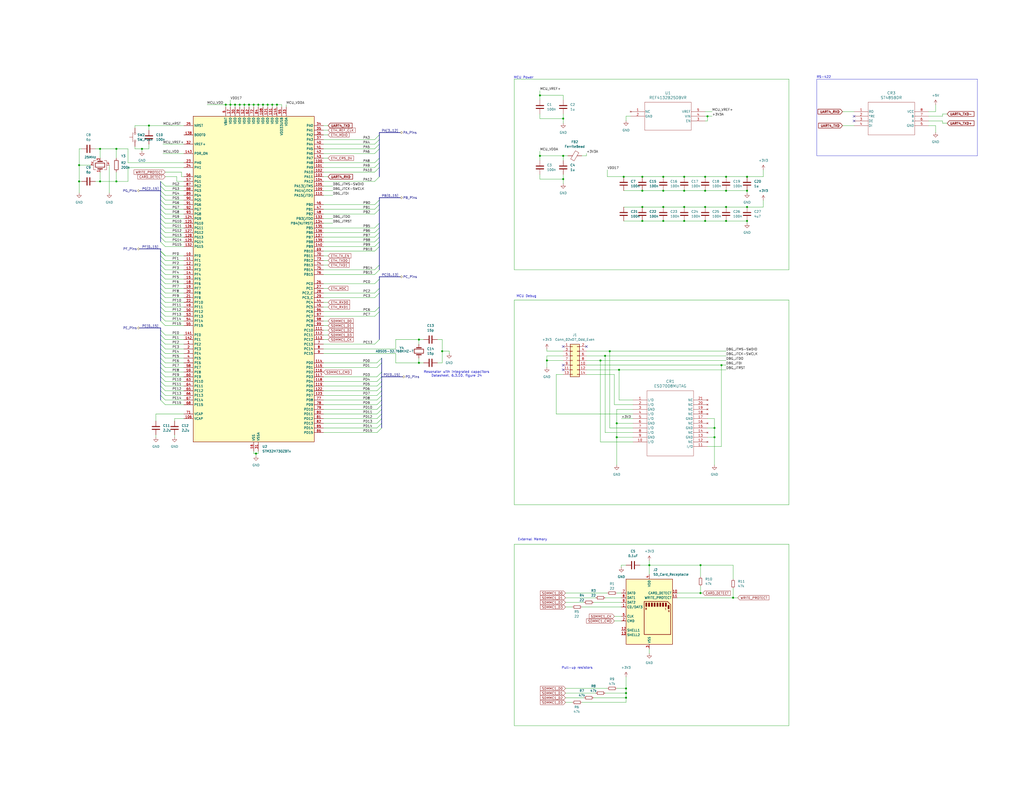
<source format=kicad_sch>
(kicad_sch (version 20250114) (generator "eeschema") (generator_version "9.0")
  (paper "C")
  (rectangle (start 445.77 43.18) (end 533.4 85.09))
  (text "RS-422" (at 449.58 42.164 0) (effects (font (size 1.27 1.27))))
  (text "External Memory" (at 290.576 294.64 0) (effects (font (size 1.27 1.27))))
  (text "Pull-up resistors" (at 314.96 364.744 0) (effects (font (size 1.27 1.27))))
  (text "MCU Power" (at 285.75 42.418 0) (effects (font (size 1.27 1.27))))
  (text "Resonator with integrated capacitors\nDatasheet, 6.3.10, figure 24" (at 249.174 204.216 0) (effects (font (size 1.27 1.27))))
  (text "MCU Debug\n" (at 287.274 161.798 0) (effects (font (size 1.27 1.27))))
  (junction (at 125.73 57.15))
  (junction (at 350.52 113.03))
  (junction (at 373.38 96.52))
  (junction (at 63.5 81.28))
  (junction (at 81.28 68.58))
  (junction (at 361.95 120.65))
  (junction (at 382.27 323.85))
  (junction (at 307.34 97.79))
  (junction (at 384.81 104.14))
  (junction (at 373.38 104.14))
  (junction (at 128.27 57.15))
  (junction (at 148.59 57.15))
  (junction (at 294.64 85.09))
  (junction (at 389.89 238.76))
  (junction (at 407.67 113.03))
  (junction (at 407.67 96.52))
  (junction (at 336.55 238.76))
  (junction (at 400.05 326.39))
  (junction (at 77.47 81.28))
  (junction (at 384.81 96.52))
  (junction (at 336.55 231.14))
  (junction (at 341.63 375.92))
  (junction (at 307.34 64.77))
  (junction (at 373.38 120.65))
  (junction (at 151.13 57.15))
  (junction (at 43.18 99.06))
  (junction (at 361.95 113.03))
  (junction (at 330.2 194.31))
  (junction (at 123.19 57.15))
  (junction (at 361.95 104.14))
  (junction (at 337.82 201.93))
  (junction (at 373.38 113.03))
  (junction (at 396.24 96.52))
  (junction (at 396.24 104.14))
  (junction (at 384.81 113.03))
  (junction (at 228.6 198.12))
  (junction (at 350.52 120.65))
  (junction (at 340.36 96.52))
  (junction (at 241.3 191.77))
  (junction (at 354.33 308.61))
  (junction (at 133.35 57.15))
  (junction (at 146.05 57.15))
  (junction (at 407.67 120.65))
  (junction (at 54.61 81.28))
  (junction (at 350.52 96.52))
  (junction (at 138.43 57.15))
  (junction (at 350.52 104.14))
  (junction (at 43.18 90.17))
  (junction (at 393.7 199.39))
  (junction (at 140.97 57.15))
  (junction (at 382.27 308.61))
  (junction (at 384.81 120.65))
  (junction (at 396.24 113.03))
  (junction (at 341.63 378.46))
  (junction (at 139.7 247.65))
  (junction (at 54.61 99.06))
  (junction (at 386.08 63.5))
  (junction (at 341.63 381))
  (junction (at 298.45 196.85))
  (junction (at 143.51 57.15))
  (junction (at 294.64 52.07))
  (junction (at 130.81 57.15))
  (junction (at 135.89 57.15))
  (junction (at 407.67 104.14))
  (junction (at 361.95 96.52))
  (junction (at 389.89 233.68))
  (junction (at 332.74 191.77))
  (junction (at 63.5 99.06))
  (junction (at 228.6 185.42))
  (junction (at 396.24 120.65))
  (junction (at 327.66 196.85))
  (junction (at 307.34 85.09))
  (no_connect (at 307.34 189.23))
  (no_connect (at 307.34 201.93))
  (no_connect (at 466.09 63.5))
  (no_connect (at 466.09 66.04))
  (no_connect (at 320.04 189.23))
  (no_connect (at 307.34 199.39))
  (bus_entry (at 207.01 147.32) (size -2.54 2.54))
  (bus_entry (at 87.63 157.48) (size 2.54 2.54))
  (bus_entry (at 87.63 111.76) (size 2.54 2.54))
  (bus_entry (at 87.63 147.32) (size 2.54 2.54))
  (bus_entry (at 87.63 137.16) (size 2.54 2.54))
  (bus_entry (at 207.01 124.46) (size -2.54 2.54))
  (bus_entry (at 207.01 132.08) (size -2.54 2.54))
  (bus_entry (at 87.63 187.96) (size 2.54 2.54))
  (bus_entry (at 208.28 218.44) (size -2.54 2.54))
  (bus_entry (at 207.01 81.28) (size -2.54 2.54))
  (bus_entry (at 208.28 233.68) (size -2.54 2.54))
  (bus_entry (at 207.01 73.66) (size -2.54 2.54))
  (bus_entry (at 87.63 182.88) (size 2.54 2.54))
  (bus_entry (at 207.01 88.9) (size -2.54 2.54))
  (bus_entry (at 87.63 154.94) (size 2.54 2.54))
  (bus_entry (at 87.63 139.7) (size 2.54 2.54))
  (bus_entry (at 87.63 129.54) (size 2.54 2.54))
  (bus_entry (at 208.28 208.28) (size -2.54 2.54))
  (bus_entry (at 87.63 101.6) (size 2.54 2.54))
  (bus_entry (at 208.28 195.58) (size -2.54 2.54))
  (bus_entry (at 87.63 180.34) (size 2.54 2.54))
  (bus_entry (at 207.01 78.74) (size -2.54 2.54))
  (bus_entry (at 87.63 114.3) (size 2.54 2.54))
  (bus_entry (at 87.63 200.66) (size 2.54 2.54))
  (bus_entry (at 207.01 109.22) (size -2.54 2.54))
  (bus_entry (at 87.63 195.58) (size 2.54 2.54))
  (bus_entry (at 87.63 149.86) (size 2.54 2.54))
  (bus_entry (at 207.01 121.92) (size -2.54 2.54))
  (bus_entry (at 87.63 132.08) (size 2.54 2.54))
  (bus_entry (at 87.63 119.38) (size 2.54 2.54))
  (bus_entry (at 207.01 152.4) (size -2.54 2.54))
  (bus_entry (at 87.63 106.68) (size 2.54 2.54))
  (bus_entry (at 87.63 215.9) (size 2.54 2.54))
  (bus_entry (at 208.28 203.2) (size -2.54 2.54))
  (bus_entry (at 208.28 205.74) (size -2.54 2.54))
  (bus_entry (at 208.28 228.6) (size -2.54 2.54))
  (bus_entry (at 207.01 160.02) (size -2.54 2.54))
  (bus_entry (at 87.63 121.92) (size 2.54 2.54))
  (bus_entry (at 87.63 203.2) (size 2.54 2.54))
  (bus_entry (at 207.01 96.52) (size -2.54 2.54))
  (bus_entry (at 207.01 114.3) (size -2.54 2.54))
  (bus_entry (at 87.63 185.42) (size 2.54 2.54))
  (bus_entry (at 207.01 144.78) (size -2.54 2.54))
  (bus_entry (at 207.01 127) (size -2.54 2.54))
  (bus_entry (at 87.63 160.02) (size 2.54 2.54))
  (bus_entry (at 87.63 162.56) (size 2.54 2.54))
  (bus_entry (at 207.01 76.2) (size -2.54 2.54))
  (bus_entry (at 208.28 226.06) (size -2.54 2.54))
  (bus_entry (at 207.01 167.64) (size -2.54 2.54))
  (bus_entry (at 87.63 190.5) (size 2.54 2.54))
  (bus_entry (at 87.63 213.36) (size 2.54 2.54))
  (bus_entry (at 208.28 223.52) (size -2.54 2.54))
  (bus_entry (at 87.63 104.14) (size 2.54 2.54))
  (bus_entry (at 87.63 109.22) (size 2.54 2.54))
  (bus_entry (at 87.63 170.18) (size 2.54 2.54))
  (bus_entry (at 87.63 142.24) (size 2.54 2.54))
  (bus_entry (at 87.63 167.64) (size 2.54 2.54))
  (bus_entry (at 208.28 231.14) (size -2.54 2.54))
  (bus_entry (at 87.63 208.28) (size 2.54 2.54))
  (bus_entry (at 87.63 137.16) (size 2.54 2.54))
  (bus_entry (at 207.01 157.48) (size -2.54 2.54))
  (bus_entry (at 87.63 175.26) (size 2.54 2.54))
  (bus_entry (at 87.63 205.74) (size 2.54 2.54))
  (bus_entry (at 87.63 99.06) (size 2.54 2.54))
  (bus_entry (at 207.01 134.62) (size -2.54 2.54))
  (bus_entry (at 87.63 172.72) (size 2.54 2.54))
  (bus_entry (at 208.28 215.9) (size -2.54 2.54))
  (bus_entry (at 208.28 220.98) (size -2.54 2.54))
  (bus_entry (at 87.63 124.46) (size 2.54 2.54))
  (bus_entry (at 87.63 165.1) (size 2.54 2.54))
  (bus_entry (at 207.01 86.36) (size -2.54 2.54))
  (bus_entry (at 87.63 218.44) (size 2.54 2.54))
  (bus_entry (at 87.63 152.4) (size 2.54 2.54))
  (bus_entry (at 207.01 111.76) (size -2.54 2.54))
  (bus_entry (at 87.63 116.84) (size 2.54 2.54))
  (bus_entry (at 207.01 129.54) (size -2.54 2.54))
  (bus_entry (at 87.63 193.04) (size 2.54 2.54))
  (bus_entry (at 207.01 170.18) (size -2.54 2.54))
  (bus_entry (at 87.63 210.82) (size 2.54 2.54))
  (bus_entry (at 207.01 91.44) (size -2.54 2.54))
  (bus_entry (at 208.28 213.36) (size -2.54 2.54))
  (bus_entry (at 87.63 144.78) (size 2.54 2.54))
  (bus_entry (at 208.28 198.12) (size -2.54 2.54))
  (bus_entry (at 87.63 198.12) (size 2.54 2.54))
  (bus_entry (at 207.01 185.42) (size -2.54 2.54))
  (bus_entry (at 208.28 210.82) (size -2.54 2.54))
  (bus_entry (at 87.63 127) (size 2.54 2.54))
  (wire (pts (xy 90.17 132.08) (xy 100.33 132.08)))
  (wire (pts (xy 176.53 200.66) (xy 205.74 200.66)))
  (wire (pts (xy 90.17 167.64) (xy 100.33 167.64)))
  (wire (pts (xy 294.64 85.09) (xy 307.34 85.09)))
  (wire (pts (xy 430.53 43.18) (xy 430.53 147.32)))
  (wire (pts (xy 99.06 96.52) (xy 100.33 96.52)))
  (bus (pts (xy 87.63 190.5) (xy 87.63 193.04)))
  (wire (pts (xy 393.7 243.84) (xy 393.7 199.39)))
  (bus (pts (xy 207.01 151.13) (xy 218.44 151.13)))
  (bus (pts (xy 87.63 157.48) (xy 87.63 160.02)))
  (wire (pts (xy 176.53 154.94) (xy 204.47 154.94)))
  (wire (pts (xy 176.53 116.84) (xy 204.47 116.84)))
  (wire (pts (xy 176.53 127) (xy 204.47 127)))
  (wire (pts (xy 373.38 120.65) (xy 361.95 120.65)))
  (wire (pts (xy 176.53 147.32) (xy 204.47 147.32)))
  (wire (pts (xy 52.07 81.28) (xy 54.61 81.28)))
  (wire (pts (xy 176.53 231.14) (xy 205.74 231.14)))
  (bus (pts (xy 87.63 185.42) (xy 87.63 187.96)))
  (wire (pts (xy 294.64 62.23) (xy 294.64 64.77)))
  (wire (pts (xy 179.07 139.7) (xy 176.53 139.7)))
  (wire (pts (xy 308.61 378.46) (xy 325.12 378.46)))
  (wire (pts (xy 280.67 297.18) (xy 430.53 297.18)))
  (wire (pts (xy 176.53 215.9) (xy 205.74 215.9)))
  (bus (pts (xy 207.01 109.22) (xy 207.01 111.76)))
  (bus (pts (xy 87.63 167.64) (xy 87.63 170.18)))
  (bus (pts (xy 208.28 210.82) (xy 208.28 213.36)))
  (wire (pts (xy 176.53 132.08) (xy 204.47 132.08)))
  (bus (pts (xy 87.63 119.38) (xy 87.63 121.92)))
  (bus (pts (xy 87.63 160.02) (xy 87.63 162.56)))
  (wire (pts (xy 303.53 204.47) (xy 307.34 204.47)))
  (wire (pts (xy 63.5 99.06) (xy 54.61 99.06)))
  (bus (pts (xy 208.28 228.6) (xy 208.28 231.14)))
  (wire (pts (xy 228.6 198.12) (xy 231.14 198.12)))
  (bus (pts (xy 87.63 179.07) (xy 87.63 180.34)))
  (bus (pts (xy 207.01 73.66) (xy 207.01 76.2)))
  (bus (pts (xy 87.63 101.6) (xy 87.63 104.14)))
  (wire (pts (xy 148.59 57.15) (xy 148.59 58.42)))
  (wire (pts (xy 280.67 147.32) (xy 280.67 43.18)))
  (wire (pts (xy 63.5 81.28) (xy 69.85 81.28)))
  (wire (pts (xy 176.53 149.86) (xy 204.47 149.86)))
  (wire (pts (xy 386.08 238.76) (xy 389.89 238.76)))
  (wire (pts (xy 396.24 194.31) (xy 330.2 194.31)))
  (bus (pts (xy 208.28 220.98) (xy 208.28 223.52)))
  (wire (pts (xy 176.53 137.16) (xy 204.47 137.16)))
  (bus (pts (xy 207.01 107.95) (xy 218.44 107.95)))
  (wire (pts (xy 96.52 96.52) (xy 96.52 99.06)))
  (wire (pts (xy 327.66 241.3) (xy 327.66 196.85)))
  (bus (pts (xy 87.63 129.54) (xy 87.63 132.08)))
  (bus (pts (xy 87.63 208.28) (xy 87.63 210.82)))
  (wire (pts (xy 90.17 193.04) (xy 100.33 193.04)))
  (wire (pts (xy 303.53 204.47) (xy 303.53 226.06)))
  (wire (pts (xy 176.53 223.52) (xy 205.74 223.52)))
  (wire (pts (xy 179.07 177.8) (xy 176.53 177.8)))
  (wire (pts (xy 43.18 90.17) (xy 43.18 81.28)))
  (wire (pts (xy 396.24 191.77) (xy 332.74 191.77)))
  (wire (pts (xy 308.61 383.54) (xy 312.42 383.54)))
  (wire (pts (xy 143.51 57.15) (xy 140.97 57.15)))
  (wire (pts (xy 176.53 170.18) (xy 204.47 170.18)))
  (wire (pts (xy 176.53 81.28) (xy 204.47 81.28)))
  (wire (pts (xy 354.33 308.61) (xy 354.33 313.69)))
  (wire (pts (xy 135.89 57.15) (xy 135.89 58.42)))
  (bus (pts (xy 87.63 170.18) (xy 87.63 172.72)))
  (wire (pts (xy 139.7 247.65) (xy 140.97 247.65)))
  (wire (pts (xy 133.35 57.15) (xy 133.35 58.42)))
  (wire (pts (xy 280.67 163.83) (xy 430.53 163.83)))
  (wire (pts (xy 90.17 208.28) (xy 100.33 208.28)))
  (wire (pts (xy 90.17 185.42) (xy 100.33 185.42)))
  (wire (pts (xy 430.53 396.24) (xy 280.67 396.24)))
  (bus (pts (xy 87.63 127) (xy 87.63 129.54)))
  (bus (pts (xy 87.63 195.58) (xy 87.63 198.12)))
  (wire (pts (xy 215.9 185.42) (xy 215.9 190.5)))
  (wire (pts (xy 63.5 81.28) (xy 54.61 81.28)))
  (wire (pts (xy 345.44 223.52) (xy 336.55 223.52)))
  (wire (pts (xy 176.53 193.04) (xy 215.9 193.04)))
  (wire (pts (xy 389.89 233.68) (xy 389.89 238.76)))
  (wire (pts (xy 303.53 226.06) (xy 345.44 226.06)))
  (wire (pts (xy 69.85 88.9) (xy 69.85 81.28)))
  (wire (pts (xy 350.52 113.03) (xy 361.95 113.03)))
  (wire (pts (xy 125.73 57.15) (xy 125.73 58.42)))
  (wire (pts (xy 176.53 210.82) (xy 205.74 210.82)))
  (bus (pts (xy 208.28 223.52) (xy 208.28 226.06)))
  (wire (pts (xy 241.3 185.42) (xy 241.3 191.77)))
  (wire (pts (xy 176.53 114.3) (xy 204.47 114.3)))
  (wire (pts (xy 99.06 93.98) (xy 99.06 96.52)))
  (wire (pts (xy 335.28 339.09) (xy 339.09 339.09)))
  (wire (pts (xy 130.81 57.15) (xy 128.27 57.15)))
  (wire (pts (xy 90.17 198.12) (xy 100.33 198.12)))
  (wire (pts (xy 90.17 157.48) (xy 100.33 157.48)))
  (wire (pts (xy 400.05 316.23) (xy 400.05 308.61)))
  (wire (pts (xy 345.44 236.22) (xy 330.2 236.22)))
  (wire (pts (xy 294.64 54.61) (xy 294.64 52.07)))
  (wire (pts (xy 179.07 157.48) (xy 176.53 157.48)))
  (wire (pts (xy 181.61 106.68) (xy 176.53 106.68)))
  (bus (pts (xy 87.63 144.78) (xy 87.63 147.32)))
  (wire (pts (xy 143.51 57.15) (xy 143.51 58.42)))
  (wire (pts (xy 43.18 81.28) (xy 44.45 81.28)))
  (bus (pts (xy 207.01 72.39) (xy 218.44 72.39)))
  (wire (pts (xy 133.35 57.15) (xy 130.81 57.15)))
  (wire (pts (xy 90.17 170.18) (xy 100.33 170.18)))
  (wire (pts (xy 228.6 185.42) (xy 228.6 187.96)))
  (bus (pts (xy 207.01 144.78) (xy 207.01 147.32)))
  (wire (pts (xy 49.53 90.17) (xy 43.18 90.17)))
  (bus (pts (xy 208.28 195.58) (xy 208.28 198.12)))
  (wire (pts (xy 514.35 66.04) (xy 514.35 67.31)))
  (wire (pts (xy 176.53 93.98) (xy 204.47 93.98)))
  (wire (pts (xy 90.17 187.96) (xy 100.33 187.96)))
  (wire (pts (xy 43.18 99.06) (xy 43.18 105.41)))
  (bus (pts (xy 87.63 106.68) (xy 87.63 109.22)))
  (wire (pts (xy 54.61 93.98) (xy 54.61 99.06)))
  (wire (pts (xy 90.17 114.3) (xy 100.33 114.3)))
  (wire (pts (xy 138.43 57.15) (xy 138.43 58.42)))
  (wire (pts (xy 123.19 57.15) (xy 113.03 57.15)))
  (wire (pts (xy 241.3 191.77) (xy 241.3 198.12)))
  (wire (pts (xy 90.17 215.9) (xy 100.33 215.9)))
  (wire (pts (xy 90.17 149.86) (xy 100.33 149.86)))
  (wire (pts (xy 416.56 92.71) (xy 416.56 96.52)))
  (bus (pts (xy 87.63 139.7) (xy 87.63 142.24)))
  (wire (pts (xy 350.52 120.65) (xy 340.36 120.65)))
  (wire (pts (xy 339.09 308.61) (xy 339.09 309.88)))
  (wire (pts (xy 176.53 208.28) (xy 205.74 208.28)))
  (bus (pts (xy 208.28 226.06) (xy 208.28 228.6)))
  (wire (pts (xy 77.47 81.28) (xy 77.47 82.55)))
  (wire (pts (xy 393.7 199.39) (xy 320.04 199.39)))
  (wire (pts (xy 90.17 127) (xy 100.33 127)))
  (bus (pts (xy 219.71 205.74) (xy 208.28 205.74)))
  (wire (pts (xy 140.97 57.15) (xy 138.43 57.15)))
  (wire (pts (xy 386.08 233.68) (xy 389.89 233.68)))
  (wire (pts (xy 396.24 120.65) (xy 384.81 120.65)))
  (wire (pts (xy 179.07 175.26) (xy 176.53 175.26)))
  (bus (pts (xy 87.63 114.3) (xy 87.63 116.84)))
  (wire (pts (xy 294.64 87.63) (xy 294.64 85.09)))
  (bus (pts (xy 87.63 152.4) (xy 87.63 154.94)))
  (wire (pts (xy 176.53 220.98) (xy 205.74 220.98)))
  (bus (pts (xy 87.63 124.46) (xy 87.63 127)))
  (wire (pts (xy 85.09 226.06) (xy 85.09 229.87)))
  (bus (pts (xy 207.01 157.48) (xy 207.01 160.02)))
  (wire (pts (xy 63.5 81.28) (xy 63.5 86.36)))
  (wire (pts (xy 330.2 378.46) (xy 341.63 378.46)))
  (wire (pts (xy 350.52 96.52) (xy 361.95 96.52)))
  (wire (pts (xy 369.57 326.39) (xy 400.05 326.39)))
  (wire (pts (xy 323.85 328.93) (xy 339.09 328.93)))
  (wire (pts (xy 90.17 109.22) (xy 100.33 109.22)))
  (wire (pts (xy 176.53 73.66) (xy 179.07 73.66)))
  (wire (pts (xy 90.17 129.54) (xy 100.33 129.54)))
  (wire (pts (xy 341.63 381) (xy 341.63 378.46)))
  (wire (pts (xy 176.53 233.68) (xy 205.74 233.68)))
  (wire (pts (xy 128.27 57.15) (xy 128.27 58.42)))
  (wire (pts (xy 151.13 57.15) (xy 151.13 58.42)))
  (bus (pts (xy 207.01 114.3) (xy 207.01 121.92)))
  (wire (pts (xy 176.53 88.9) (xy 204.47 88.9)))
  (wire (pts (xy 341.63 308.61) (xy 339.09 308.61)))
  (wire (pts (xy 81.28 81.28) (xy 77.47 81.28)))
  (wire (pts (xy 514.35 62.23) (xy 516.89 62.23)))
  (wire (pts (xy 331.47 92.71) (xy 331.47 96.52)))
  (wire (pts (xy 510.54 60.96) (xy 506.73 60.96)))
  (wire (pts (xy 317.5 331.47) (xy 339.09 331.47)))
  (wire (pts (xy 90.17 210.82) (xy 100.33 210.82)))
  (wire (pts (xy 339.09 228.6) (xy 345.44 228.6)))
  (wire (pts (xy 90.17 200.66) (xy 100.33 200.66)))
  (wire (pts (xy 179.07 182.88) (xy 176.53 182.88)))
  (wire (pts (xy 44.45 99.06) (xy 43.18 99.06)))
  (wire (pts (xy 350.52 104.14) (xy 361.95 104.14)))
  (wire (pts (xy 307.34 85.09) (xy 307.34 87.63)))
  (wire (pts (xy 298.45 190.5) (xy 298.45 191.77)))
  (bus (pts (xy 87.63 198.12) (xy 87.63 200.66)))
  (wire (pts (xy 176.53 78.74) (xy 204.47 78.74)))
  (wire (pts (xy 336.55 375.92) (xy 341.63 375.92)))
  (wire (pts (xy 176.53 99.06) (xy 204.47 99.06)))
  (wire (pts (xy 294.64 49.53) (xy 294.64 52.07)))
  (wire (pts (xy 407.67 113.03) (xy 416.56 113.03)))
  (bus (pts (xy 207.01 91.44) (xy 207.01 96.52)))
  (wire (pts (xy 81.28 78.74) (xy 81.28 81.28)))
  (wire (pts (xy 400.05 308.61) (xy 382.27 308.61)))
  (wire (pts (xy 294.64 64.77) (xy 307.34 64.77)))
  (wire (pts (xy 179.07 71.12) (xy 176.53 71.12)))
  (wire (pts (xy 384.81 96.52) (xy 396.24 96.52)))
  (wire (pts (xy 389.89 238.76) (xy 389.89 254)))
  (wire (pts (xy 361.95 120.65) (xy 350.52 120.65)))
  (wire (pts (xy 176.53 124.46) (xy 204.47 124.46)))
  (wire (pts (xy 336.55 238.76) (xy 345.44 238.76)))
  (bus (pts (xy 87.63 154.94) (xy 87.63 157.48)))
  (wire (pts (xy 369.57 323.85) (xy 382.27 323.85)))
  (wire (pts (xy 90.17 152.4) (xy 100.33 152.4)))
  (wire (pts (xy 308.61 328.93) (xy 318.77 328.93)))
  (wire (pts (xy 280.67 43.18) (xy 430.53 43.18)))
  (wire (pts (xy 176.53 83.82) (xy 204.47 83.82)))
  (wire (pts (xy 386.08 243.84) (xy 393.7 243.84)))
  (wire (pts (xy 156.21 57.15) (xy 156.21 58.42)))
  (wire (pts (xy 100.33 91.44) (xy 69.85 91.44)))
  (wire (pts (xy 514.35 63.5) (xy 514.35 62.23)))
  (wire (pts (xy 215.9 198.12) (xy 228.6 198.12)))
  (bus (pts (xy 87.63 205.74) (xy 87.63 208.28)))
  (wire (pts (xy 176.53 187.96) (xy 204.47 187.96)))
  (wire (pts (xy 345.44 241.3) (xy 327.66 241.3)))
  (wire (pts (xy 90.17 172.72) (xy 100.33 172.72)))
  (wire (pts (xy 307.34 97.79) (xy 307.34 100.33)))
  (bus (pts (xy 208.28 203.2) (xy 208.28 205.74)))
  (wire (pts (xy 90.17 106.68) (xy 100.33 106.68)))
  (wire (pts (xy 90.17 93.98) (xy 99.06 93.98)))
  (bus (pts (xy 87.63 203.2) (xy 87.63 205.74)))
  (wire (pts (xy 139.7 247.65) (xy 139.7 248.92)))
  (wire (pts (xy 176.53 134.62) (xy 204.47 134.62)))
  (bus (pts (xy 87.63 162.56) (xy 87.63 165.1)))
  (wire (pts (xy 176.53 226.06) (xy 205.74 226.06)))
  (wire (pts (xy 340.36 113.03) (xy 350.52 113.03)))
  (bus (pts (xy 87.63 135.89) (xy 87.63 137.16)))
  (bus (pts (xy 208.28 205.74) (xy 208.28 208.28)))
  (wire (pts (xy 430.53 147.32) (xy 280.67 147.32)))
  (wire (pts (xy 384.81 66.04) (xy 386.08 66.04)))
  (wire (pts (xy 176.53 228.6) (xy 205.74 228.6)))
  (bus (pts (xy 208.28 218.44) (xy 208.28 220.98)))
  (bus (pts (xy 87.63 121.92) (xy 87.63 124.46)))
  (wire (pts (xy 308.61 381) (xy 318.77 381)))
  (bus (pts (xy 207.01 132.08) (xy 207.01 134.62)))
  (wire (pts (xy 341.63 375.92) (xy 341.63 369.57)))
  (wire (pts (xy 128.27 57.15) (xy 125.73 57.15)))
  (wire (pts (xy 90.17 142.24) (xy 100.33 142.24)))
  (wire (pts (xy 90.17 205.74) (xy 100.33 205.74)))
  (wire (pts (xy 389.89 228.6) (xy 389.89 233.68)))
  (wire (pts (xy 176.53 111.76) (xy 204.47 111.76)))
  (wire (pts (xy 396.24 196.85) (xy 327.66 196.85)))
  (wire (pts (xy 373.38 96.52) (xy 384.81 96.52)))
  (wire (pts (xy 349.25 308.61) (xy 354.33 308.61)))
  (bus (pts (xy 208.28 231.14) (xy 208.28 233.68)))
  (wire (pts (xy 140.97 57.15) (xy 140.97 58.42)))
  (wire (pts (xy 85.09 226.06) (xy 100.33 226.06)))
  (bus (pts (xy 87.63 99.06) (xy 87.63 101.6)))
  (wire (pts (xy 506.73 66.04) (xy 514.35 66.04)))
  (wire (pts (xy 341.63 383.54) (xy 341.63 381)))
  (wire (pts (xy 90.17 203.2) (xy 100.33 203.2)))
  (wire (pts (xy 400.05 326.39) (xy 402.59 326.39)))
  (wire (pts (xy 179.07 68.58) (xy 176.53 68.58)))
  (wire (pts (xy 506.73 63.5) (xy 514.35 63.5)))
  (wire (pts (xy 384.81 104.14) (xy 396.24 104.14)))
  (wire (pts (xy 298.45 196.85) (xy 298.45 200.66)))
  (wire (pts (xy 382.27 308.61) (xy 354.33 308.61)))
  (wire (pts (xy 73.66 81.28) (xy 73.66 80.01)))
  (wire (pts (xy 176.53 185.42) (xy 179.07 185.42)))
  (bus (pts (xy 87.63 182.88) (xy 87.63 185.42)))
  (bus (pts (xy 207.01 88.9) (xy 207.01 91.44)))
  (wire (pts (xy 308.61 331.47) (xy 312.42 331.47)))
  (wire (pts (xy 90.17 144.78) (xy 100.33 144.78)))
  (wire (pts (xy 510.54 57.15) (xy 510.54 60.96)))
  (wire (pts (xy 341.63 66.04) (xy 341.63 63.5)))
  (wire (pts (xy 514.35 67.31) (xy 516.89 67.31)))
  (wire (pts (xy 327.66 196.85) (xy 320.04 196.85)))
  (wire (pts (xy 176.53 162.56) (xy 204.47 162.56)))
  (wire (pts (xy 430.53 275.59) (xy 280.67 275.59)))
  (wire (pts (xy 332.74 191.77) (xy 320.04 191.77)))
  (bus (pts (xy 208.28 198.12) (xy 208.28 203.2)))
  (wire (pts (xy 176.53 172.72) (xy 204.47 172.72)))
  (wire (pts (xy 77.47 81.28) (xy 73.66 81.28)))
  (wire (pts (xy 386.08 63.5) (xy 386.08 66.04)))
  (bus (pts (xy 87.63 137.16) (xy 87.63 139.7)))
  (wire (pts (xy 331.47 96.52) (xy 340.36 96.52)))
  (bus (pts (xy 87.63 180.34) (xy 87.63 182.88)))
  (wire (pts (xy 176.53 167.64) (xy 179.07 167.64)))
  (wire (pts (xy 176.53 160.02) (xy 204.47 160.02)))
  (wire (pts (xy 135.89 57.15) (xy 133.35 57.15)))
  (wire (pts (xy 335.28 220.98) (xy 345.44 220.98)))
  (wire (pts (xy 340.36 104.14) (xy 350.52 104.14)))
  (wire (pts (xy 317.5 383.54) (xy 341.63 383.54)))
  (wire (pts (xy 294.64 52.07) (xy 307.34 52.07)))
  (wire (pts (xy 416.56 113.03) (xy 416.56 109.22)))
  (wire (pts (xy 384.81 120.65) (xy 373.38 120.65)))
  (wire (pts (xy 90.17 96.52) (xy 96.52 96.52)))
  (wire (pts (xy 335.28 204.47) (xy 335.28 220.98)))
  (bus (pts (xy 207.01 124.46) (xy 207.01 127)))
  (wire (pts (xy 354.33 306.07) (xy 354.33 308.61)))
  (wire (pts (xy 90.17 116.84) (xy 100.33 116.84)))
  (wire (pts (xy 307.34 194.31) (xy 298.45 194.31)))
  (wire (pts (xy 238.76 185.42) (xy 241.3 185.42)))
  (wire (pts (xy 340.36 96.52) (xy 350.52 96.52)))
  (wire (pts (xy 90.17 162.56) (xy 100.33 162.56)))
  (wire (pts (xy 81.28 68.58) (xy 81.28 71.12)))
  (wire (pts (xy 294.64 97.79) (xy 307.34 97.79)))
  (wire (pts (xy 245.11 191.77) (xy 241.3 191.77)))
  (wire (pts (xy 125.73 54.61) (xy 125.73 57.15)))
  (wire (pts (xy 400.05 321.31) (xy 400.05 326.39)))
  (wire (pts (xy 176.53 76.2) (xy 204.47 76.2)))
  (bus (pts (xy 207.01 121.92) (xy 207.01 124.46)))
  (wire (pts (xy 63.5 99.06) (xy 69.85 99.06)))
  (wire (pts (xy 54.61 81.28) (xy 54.61 86.36)))
  (wire (pts (xy 95.25 228.6) (xy 100.33 228.6)))
  (wire (pts (xy 90.17 134.62) (xy 100.33 134.62)))
  (wire (pts (xy 90.17 177.8) (xy 100.33 177.8)))
  (bus (pts (xy 207.01 127) (xy 207.01 129.54)))
  (wire (pts (xy 215.9 193.04) (xy 215.9 198.12)))
  (wire (pts (xy 90.17 165.1) (xy 100.33 165.1)))
  (wire (pts (xy 176.53 205.74) (xy 205.74 205.74)))
  (wire (pts (xy 95.25 237.49) (xy 95.25 238.76)))
  (wire (pts (xy 361.95 104.14) (xy 373.38 104.14)))
  (wire (pts (xy 90.17 121.92) (xy 100.33 121.92)))
  (bus (pts (xy 87.63 187.96) (xy 87.63 190.5)))
  (wire (pts (xy 354.33 354.33) (xy 354.33 356.87)))
  (wire (pts (xy 90.17 147.32) (xy 100.33 147.32)))
  (bus (pts (xy 87.63 172.72) (xy 87.63 175.26)))
  (wire (pts (xy 396.24 104.14) (xy 407.67 104.14)))
  (wire (pts (xy 146.05 57.15) (xy 146.05 58.42)))
  (wire (pts (xy 510.54 68.58) (xy 510.54 72.39)))
  (wire (pts (xy 90.17 154.94) (xy 100.33 154.94)))
  (bus (pts (xy 207.01 86.36) (xy 207.01 88.9)))
  (wire (pts (xy 386.08 228.6) (xy 389.89 228.6)))
  (wire (pts (xy 176.53 91.44) (xy 204.47 91.44)))
  (wire (pts (xy 90.17 119.38) (xy 100.33 119.38)))
  (wire (pts (xy 396.24 113.03) (xy 407.67 113.03)))
  (wire (pts (xy 228.6 185.42) (xy 231.14 185.42)))
  (wire (pts (xy 148.59 57.15) (xy 146.05 57.15)))
  (wire (pts (xy 407.67 104.14) (xy 407.67 105.41)))
  (wire (pts (xy 307.34 52.07) (xy 307.34 54.61)))
  (wire (pts (xy 73.66 69.85) (xy 73.66 68.58)))
  (wire (pts (xy 138.43 247.65) (xy 139.7 247.65)))
  (bus (pts (xy 208.28 213.36) (xy 208.28 215.9)))
  (wire (pts (xy 335.28 336.55) (xy 339.09 336.55)))
  (bus (pts (xy 207.01 151.13) (xy 207.01 152.4)))
  (wire (pts (xy 330.2 326.39) (xy 339.09 326.39)))
  (wire (pts (xy 146.05 57.15) (xy 143.51 57.15)))
  (wire (pts (xy 430.53 163.83) (xy 430.53 275.59)))
  (wire (pts (xy 90.17 218.44) (xy 100.33 218.44)))
  (wire (pts (xy 298.45 196.85) (xy 307.34 196.85)))
  (bus (pts (xy 207.01 134.62) (xy 207.01 144.78)))
  (wire (pts (xy 176.53 213.36) (xy 205.74 213.36)))
  (wire (pts (xy 181.61 101.6) (xy 176.53 101.6)))
  (wire (pts (xy 294.64 95.25) (xy 294.64 97.79)))
  (wire (pts (xy 298.45 191.77) (xy 307.34 191.77)))
  (wire (pts (xy 396.24 201.93) (xy 337.82 201.93)))
  (wire (pts (xy 298.45 194.31) (xy 298.45 196.85)))
  (wire (pts (xy 308.61 375.92) (xy 331.47 375.92)))
  (bus (pts (xy 76.2 104.14) (xy 87.63 104.14)))
  (wire (pts (xy 388.62 60.96) (xy 384.81 60.96)))
  (wire (pts (xy 181.61 119.38) (xy 176.53 119.38)))
  (wire (pts (xy 307.34 64.77) (xy 307.34 62.23)))
  (wire (pts (xy 373.38 104.14) (xy 384.81 104.14)))
  (wire (pts (xy 384.81 63.5) (xy 386.08 63.5)))
  (wire (pts (xy 307.34 97.79) (xy 307.34 95.25)))
  (wire (pts (xy 330.2 194.31) (xy 320.04 194.31)))
  (wire (pts (xy 96.52 99.06) (xy 100.33 99.06)))
  (wire (pts (xy 341.63 63.5) (xy 344.17 63.5)))
  (wire (pts (xy 330.2 236.22) (xy 330.2 194.31)))
  (wire (pts (xy 294.64 82.55) (xy 294.64 85.09)))
  (wire (pts (xy 245.11 193.04) (xy 245.11 191.77)))
  (wire (pts (xy 308.61 326.39) (xy 325.12 326.39)))
  (wire (pts (xy 100.33 88.9) (xy 69.85 88.9)))
  (wire (pts (xy 90.17 124.46) (xy 100.33 124.46)))
  (wire (pts (xy 345.44 218.44) (xy 337.82 218.44)))
  (wire (pts (xy 43.18 90.17) (xy 43.18 99.06)))
  (wire (pts (xy 459.74 68.58) (xy 466.09 68.58)))
  (wire (pts (xy 176.53 129.54) (xy 204.47 129.54)))
  (wire (pts (xy 90.17 101.6) (xy 100.33 101.6)))
  (wire (pts (xy 179.07 180.34) (xy 176.53 180.34)))
  (wire (pts (xy 336.55 238.76) (xy 336.55 254)))
  (bus (pts (xy 76.2 179.07) (xy 87.63 179.07)))
  (wire (pts (xy 90.17 104.14) (xy 100.33 104.14)))
  (bus (pts (xy 207.01 129.54) (xy 207.01 132.08)))
  (wire (pts (xy 337.82 218.44) (xy 337.82 201.93)))
  (wire (pts (xy 90.17 190.5) (xy 100.33 190.5)))
  (wire (pts (xy 125.73 57.15) (xy 123.19 57.15)))
  (wire (pts (xy 361.95 96.52) (xy 373.38 96.52)))
  (bus (pts (xy 207.01 152.4) (xy 207.01 157.48)))
  (wire (pts (xy 153.67 58.42) (xy 153.67 57.15)))
  (wire (pts (xy 181.61 121.92) (xy 176.53 121.92)))
  (wire (pts (xy 386.08 63.5) (xy 388.62 63.5)))
  (wire (pts (xy 179.07 86.36) (xy 176.53 86.36)))
  (bus (pts (xy 207.01 170.18) (xy 207.01 185.42)))
  (wire (pts (xy 81.28 68.58) (xy 100.33 68.58)))
  (wire (pts (xy 179.07 144.78) (xy 176.53 144.78)))
  (wire (pts (xy 228.6 198.12) (xy 228.6 195.58)))
  (bus (pts (xy 87.63 210.82) (xy 87.63 213.36)))
  (wire (pts (xy 130.81 57.15) (xy 130.81 58.42)))
  (wire (pts (xy 336.55 223.52) (xy 336.55 231.14)))
  (wire (pts (xy 176.53 190.5) (xy 215.9 190.5)))
  (wire (pts (xy 176.53 142.24) (xy 179.07 142.24)))
  (bus (pts (xy 207.01 78.74) (xy 207.01 81.28)))
  (wire (pts (xy 345.44 233.68) (xy 332.74 233.68)))
  (wire (pts (xy 307.34 85.09) (xy 309.88 85.09)))
  (wire (pts (xy 280.67 275.59) (xy 280.67 163.83)))
  (bus (pts (xy 87.63 215.9) (xy 87.63 218.44)))
  (bus (pts (xy 208.28 208.28) (xy 208.28 210.82)))
  (bus (pts (xy 207.01 76.2) (xy 207.01 78.74)))
  (wire (pts (xy 506.73 68.58) (xy 510.54 68.58)))
  (wire (pts (xy 459.74 60.96) (xy 466.09 60.96)))
  (wire (pts (xy 90.17 160.02) (xy 100.33 160.02)))
  (wire (pts (xy 393.7 199.39) (xy 396.24 199.39)))
  (wire (pts (xy 179.07 96.52) (xy 176.53 96.52)))
  (wire (pts (xy 90.17 139.7) (xy 100.33 139.7)))
  (wire (pts (xy 238.76 198.12) (xy 241.3 198.12)))
  (bus (pts (xy 87.63 142.24) (xy 87.63 144.78)))
  (wire (pts (xy 407.67 96.52) (xy 396.24 96.52)))
  (wire (pts (xy 52.07 99.06) (xy 54.61 99.06)))
  (bus (pts (xy 207.01 167.64) (xy 207.01 170.18)))
  (bus (pts (xy 87.63 193.04) (xy 87.63 195.58)))
  (wire (pts (xy 69.85 91.44) (xy 69.85 99.06)))
  (wire (pts (xy 337.82 201.93) (xy 320.04 201.93)))
  (wire (pts (xy 90.17 182.88) (xy 100.33 182.88)))
  (wire (pts (xy 90.17 213.36) (xy 100.33 213.36)))
  (bus (pts (xy 207.01 160.02) (xy 207.01 167.64)))
  (bus (pts (xy 207.01 107.95) (xy 207.01 109.22)))
  (wire (pts (xy 336.55 231.14) (xy 336.55 238.76)))
  (wire (pts (xy 153.67 57.15) (xy 151.13 57.15)))
  (wire (pts (xy 382.27 323.85) (xy 383.54 323.85)))
  (wire (pts (xy 90.17 220.98) (xy 100.33 220.98)))
  (wire (pts (xy 63.5 93.98) (xy 63.5 99.06)))
  (wire (pts (xy 90.17 195.58) (xy 100.33 195.58)))
  (wire (pts (xy 323.85 381) (xy 341.63 381)))
  (bus (pts (xy 87.63 200.66) (xy 87.63 203.2)))
  (wire (pts (xy 59.69 90.17) (xy 59.69 105.41)))
  (bus (pts (xy 208.28 215.9) (xy 208.28 218.44)))
  (wire (pts (xy 215.9 185.42) (xy 228.6 185.42)))
  (wire (pts (xy 407.67 120.65) (xy 407.67 121.92)))
  (bus (pts (xy 87.63 149.86) (xy 87.63 152.4)))
  (wire (pts (xy 176.53 218.44) (xy 205.74 218.44)))
  (wire (pts (xy 336.55 323.85) (xy 339.09 323.85)))
  (wire (pts (xy 336.55 231.14) (xy 345.44 231.14)))
  (wire (pts (xy 179.07 165.1) (xy 176.53 165.1)))
  (bus (pts (xy 76.2 135.89) (xy 87.63 135.89)))
  (wire (pts (xy 307.34 64.77) (xy 307.34 67.31)))
  (bus (pts (xy 87.63 147.32) (xy 87.63 149.86)))
  (wire (pts (xy 176.53 236.22) (xy 205.74 236.22)))
  (wire (pts (xy 361.95 113.03) (xy 373.38 113.03)))
  (wire (pts (xy 341.63 378.46) (xy 341.63 375.92)))
  (bus (pts (xy 87.63 109.22) (xy 87.63 111.76)))
  (wire (pts (xy 382.27 314.96) (xy 382.27 308.61)))
  (wire (pts (xy 90.17 111.76) (xy 100.33 111.76)))
  (wire (pts (xy 88.9 78.74) (xy 100.33 78.74)))
  (bus (pts (xy 207.01 72.39) (xy 207.01 73.66)))
  (wire (pts (xy 430.53 297.18) (xy 430.53 396.24)))
  (bus (pts (xy 207.01 81.28) (xy 207.01 86.36)))
  (wire (pts (xy 308.61 323.85) (xy 331.47 323.85)))
  (wire (pts (xy 320.04 83.82) (xy 320.04 85.09)))
  (bus (pts (xy 207.01 111.76) (xy 207.01 114.3)))
  (wire (pts (xy 140.97 246.38) (xy 140.97 247.65)))
  (wire (pts (xy 85.09 237.49) (xy 85.09 238.76)))
  (bus (pts (xy 87.63 104.14) (xy 87.63 106.68)))
  (wire (pts (xy 181.61 104.14) (xy 176.53 104.14)))
  (wire (pts (xy 88.9 83.82) (xy 100.33 83.82)))
  (bus (pts (xy 87.63 116.84) (xy 87.63 119.38)))
  (wire (pts (xy 123.19 57.15) (xy 123.19 58.42)))
  (wire (pts (xy 280.67 297.18) (xy 280.67 396.24)))
  (wire (pts (xy 151.13 57.15) (xy 148.59 57.15)))
  (wire (pts (xy 384.81 113.03) (xy 396.24 113.03)))
  (wire (pts (xy 90.17 175.26) (xy 100.33 175.26)))
  (wire (pts (xy 382.27 320.04) (xy 382.27 323.85)))
  (wire (pts (xy 332.74 233.68) (xy 332.74 191.77)))
  (wire (pts (xy 138.43 57.15) (xy 135.89 57.15)))
  (wire (pts (xy 320.04 204.47) (xy 335.28 204.47)))
  (wire (pts (xy 138.43 246.38) (xy 138.43 247.65)))
  (wire (pts (xy 373.38 113.03) (xy 384.81 113.03)))
  (bus (pts (xy 87.63 111.76) (xy 87.63 114.3)))
  (wire (pts (xy 407.67 96.52) (xy 416.56 96.52)))
  (bus (pts (xy 87.63 213.36) (xy 87.63 215.9)))
  (wire (pts (xy 407.67 120.65) (xy 396.24 120.65)))
  (wire (pts (xy 317.5 85.09) (xy 320.04 85.09)))
  (bus (pts (xy 87.63 165.1) (xy 87.63 167.64)))
  (wire (pts (xy 95.25 228.6) (xy 95.25 229.87)))
  (wire (pts (xy 73.66 68.58) (xy 81.28 68.58)))
  (wire (pts (xy 176.53 198.12) (xy 205.74 198.12)))
  (label "PA8" (at 198.12 88.9 0))
  (label "PF3" (at 93.98 147.32 0))
  (label "PE8" (at 93.98 203.2 0))
  (label "PA6" (at 198.12 83.82 0))
  (label "PD15" (at 203.2 236.22 180))
  (label "PE7" (at 93.98 200.66 0))
  (label "DBG_JTDO" (at 181.61 119.38 0))
  (label "PA5" (at 198.12 81.28 0))
  (label "PA9" (at 198.12 91.44 0))
  (label "PG15" (at 93.98 134.62 0))
  (label "PF12" (at 93.98 170.18 0))
  (label "PF10" (at 93.98 165.1 0))
  (label "DBG_JTDI" (at 181.61 106.68 0))
  (label "VDD17" (at 125.73 54.61 0))
  (label "PD5" (at 201.93 210.82 180))
  (label "PF[0..15]" (at 77.47 135.89 0))
  (label "PD9" (at 201.93 220.98 180))
  (label "PG2" (at 93.98 101.6 0))
  (label "PD6" (at 201.93 213.36 180))
  (label "+3V3A" (at 320.04 83.82 0))
  (label "PF0" (at 93.98 139.7 0))
  (label "PE1" (at 93.98 185.42 0))
  (label "PC[0..13]" (at 208.28 151.13 0))
  (label "MCU_VREF+" (at 388.62 60.96 0))
  (label "PB7" (at 198.12 129.54 0))
  (label "PG11" (at 93.98 124.46 0))
  (label "MCU_VREF+" (at 294.64 49.53 0))
  (label "PE15" (at 93.98 220.98 0))
  (label "PG5" (at 93.98 109.22 0))
  (label "PD0" (at 201.93 198.12 180))
  (label "DBG_JTMS-SWDIO" (at 396.24 191.77 0))
  (label "PA[3..12]" (at 208.28 72.39 0))
  (label "PC13" (at 198.12 187.96 0))
  (label "PB8" (at 198.12 132.08 0))
  (label "MCU_VDD" (at 88.9 83.82 0))
  (label "PF15" (at 93.98 177.8 0))
  (label "DBG_JTCK-SWCLK" (at 181.61 104.14 0))
  (label "PC6" (at 198.12 170.18 0))
  (label "PG9" (at 93.98 119.38 0))
  (label "PA3" (at 198.12 76.2 0))
  (label "+3V3A" (at 388.62 63.5 0))
  (label "PF5" (at 93.98 152.4 0))
  (label "PG13" (at 93.98 129.54 0))
  (label "PF14" (at 93.98 175.26 0))
  (label "PD4" (at 201.93 208.28 180))
  (label "PE11" (at 93.98 210.82 0))
  (label "PF7" (at 93.98 157.48 0))
  (label "PF13" (at 93.98 172.72 0))
  (label "PG3" (at 93.98 104.14 0))
  (label "PB9" (at 198.12 134.62 0))
  (label "DBG_JTCK-SWCLK" (at 396.24 194.31 0))
  (label "PB0" (at 198.12 111.76 0))
  (label "PD14" (at 203.2 233.68 180))
  (label "PD11" (at 203.2 226.06 180))
  (label "PA12" (at 198.12 99.06 0))
  (label "PE14" (at 93.98 218.44 0))
  (label "PB10" (at 198.12 137.16 0))
  (label "MCU_VDDA" (at 294.64 82.55 0))
  (label "PD[0..15]" (at 218.44 205.74 180))
  (label "PD7" (at 201.93 215.9 180))
  (label "DBG_JTRST" (at 181.61 121.92 0))
  (label "DBG_JTDI" (at 396.24 199.39 0))
  (label "PC7" (at 198.12 172.72 0))
  (label "PB2" (at 198.12 116.84 0))
  (label "VDD17" (at 331.47 92.71 0))
  (label "PF11" (at 93.98 167.64 0))
  (label "PE9" (at 93.98 205.74 0))
  (label "PG14" (at 93.98 132.08 0))
  (label "PD1" (at 201.93 200.66 180))
  (label "PA10" (at 198.12 93.98 0))
  (label "PE6" (at 93.98 198.12 0))
  (label "PD13" (at 203.2 231.14 180))
  (label "PC2" (at 198.12 160.02 0))
  (label "PB[0..15]" (at 208.28 107.95 0))
  (label "MCU_nRST" (at 88.9 68.58 0))
  (label "PE2" (at 93.98 187.96 0))
  (label "PB5" (at 198.12 124.46 0))
  (label "PE[0..15]" (at 77.47 179.07 0))
  (label "PG10" (at 93.98 121.92 0))
  (label "PE0" (at 93.98 182.88 0))
  (label "PE12" (at 93.98 213.36 0))
  (label "PD10" (at 203.2 223.52 180))
  (label "PG8" (at 93.98 116.84 0))
  (label "PD12" (at 203.2 228.6 180))
  (label "PG6" (at 93.98 111.76 0))
  (label "DBG_JTRST" (at 396.24 201.93 0))
  (label "PB1" (at 198.12 114.3 0))
  (label "PD8" (at 201.93 218.44 180))
  (label "PG12" (at 93.98 127 0))
  (label "PF1" (at 93.98 142.24 0))
  (label "PF2" (at 93.98 144.78 0))
  (label "PF6" (at 93.98 154.94 0))
  (label "PG4" (at 93.98 106.68 0))
  (label "+3V3" (at 339.09 228.6 0))
  (label "MCU_VDDA" (at 156.21 57.15 0))
  (label "MCU_VDD" (at 113.03 57.15 0))
  (label "PE10" (at 93.98 208.28 0))
  (label "PB6" (at 198.12 127 0))
  (label "PC0" (at 198.12 154.94 0))
  (label "MCU_VREF+" (at 88.9 78.74 0))
  (label "DBG_JTDO" (at 396.24 196.85 0))
  (label "PG[2..15]" (at 77.47 104.14 0))
  (label "PE3" (at 93.98 190.5 0))
  (label "PC3" (at 198.12 162.56 0))
  (label "DBG_JTMS-SWDIO" (at 181.61 101.6 0))
  (label "PF4" (at 93.98 149.86 0))
  (label "PA4" (at 198.12 78.74 0))
  (label "PE13" (at 93.98 215.9 0))
  (label "PE5" (at 93.98 195.58 0))
  (label "PF8" (at 93.98 160.02 0))
  (label "PB14" (at 198.12 147.32 0))
  (label "PE4" (at 93.98 193.04 0))
  (label "PG7" (at 93.98 114.3 0))
  (label "PF9" (at 93.98 162.56 0))
  (label "PD3" (at 201.93 205.74 180))
  (label "PB15" (at 198.12 149.86 0))
  (global_label "UART4_RXD" (shape input) (at 179.07 96.52 0) (effects (font (thickness 0.254) (bold yes))) (property "Intersheetrefs" "${INTERSHEET_REFS}" (effects (hide yes))))
  (global_label "SDMMC1_D0" (shape input) (at 308.61 375.92 180) (property "Intersheetrefs" "${INTERSHEET_REFS}" (effects (hide yes))))
  (global_label "SDMMC1_D2" (shape input) (at 308.61 328.93 180) (property "Intersheetrefs" "${INTERSHEET_REFS}" (effects (hide yes))))
  (global_label "SDMMC1_D3" (shape input) (at 308.61 383.54 180) (property "Intersheetrefs" "${INTERSHEET_REFS}" (effects (hide yes))))
  (global_label "ETH_TX_EN" (shape input) (at 179.07 139.7 0) (property "Intersheetrefs" "${INTERSHEET_REFS}" (effects (hide yes))))
  (global_label "SDMMC1_D0" (shape input) (at 179.07 175.26 0) (property "Intersheetrefs" "${INTERSHEET_REFS}" (effects (hide yes))))
  (global_label "SDMMC1_CK" (shape input) (at 179.07 185.42 0) (property "Intersheetrefs" "${INTERSHEET_REFS}" (effects (hide yes))))
  (global_label "UART4_TXD-" (shape input) (at 516.89 62.23 0) (effects (font (thickness 0.254) (bold yes))) (property "Intersheetrefs" "${INTERSHEET_REFS}" (effects (hide yes))))
  (global_label "ETH_CRS_DV" (shape input) (at 179.07 86.36 0) (property "Intersheetrefs" "${INTERSHEET_REFS}" (effects (hide yes))))
  (global_label "ETH_RXD1" (shape input) (at 179.07 167.64 0) (property "Intersheetrefs" "${INTERSHEET_REFS}" (effects (hide yes))))
  (global_label "UART4_TXD+" (shape input) (at 516.89 67.31 0) (effects (font (thickness 0.254) (bold yes))) (property "Intersheetrefs" "${INTERSHEET_REFS}" (effects (hide yes))))
  (global_label "SDMMC1_D1" (shape input) (at 179.07 177.8 0) (property "Intersheetrefs" "${INTERSHEET_REFS}" (effects (hide yes))))
  (global_label "ETH_TXD1" (shape input) (at 179.07 144.78 0) (property "Intersheetrefs" "${INTERSHEET_REFS}" (effects (hide yes))))
  (global_label "CARD_DETECT" (shape input) (at 383.54 323.85 0) (property "Intersheetrefs" "${INTERSHEET_REFS}" (effects (hide yes))))
  (global_label "SDMMC1_CMD" (shape input) (at 335.28 339.09 180) (property "Intersheetrefs" "${INTERSHEET_REFS}" (effects (hide yes))))
  (global_label "SDMMC1_D2" (shape input) (at 308.61 381 180) (property "Intersheetrefs" "${INTERSHEET_REFS}" (effects (hide yes))))
  (global_label "CARD_DETECT" (shape input) (at 90.17 96.52 180) (property "Intersheetrefs" "${INTERSHEET_REFS}" (effects (hide yes))))
  (global_label "ETH_TXD0" (shape input) (at 179.07 142.24 0) (property "Intersheetrefs" "${INTERSHEET_REFS}" (effects (hide yes))))
  (global_label "SDMMC1_D1" (shape input) (at 308.61 326.39 180) (property "Intersheetrefs" "${INTERSHEET_REFS}" (effects (hide yes))))
  (global_label "WRITE_PROTECT" (shape input) (at 90.17 93.98 180) (property "Intersheetrefs" "${INTERSHEET_REFS}" (effects (hide yes))))
  (global_label "SDMMC1_CK" (shape input) (at 335.28 336.55 180) (property "Intersheetrefs" "${INTERSHEET_REFS}" (effects (hide yes))))
  (global_label "UART4_RXD" (shape input) (at 459.74 60.96 180) (effects (font (thickness 0.254) (bold yes))) (property "Intersheetrefs" "${INTERSHEET_REFS}" (effects (hide yes))))
  (global_label "ETH_MDC" (shape input) (at 179.07 157.48 0) (property "Intersheetrefs" "${INTERSHEET_REFS}" (effects (hide yes))))
  (global_label "SDMMC1_D3" (shape input) (at 308.61 331.47 180) (property "Intersheetrefs" "${INTERSHEET_REFS}" (effects (hide yes))))
  (global_label "SDMMC1_D3" (shape input) (at 179.07 182.88 0) (property "Intersheetrefs" "${INTERSHEET_REFS}" (effects (hide yes))))
  (global_label "WRITE_PROTECT" (shape input) (at 402.59 326.39 0) (property "Intersheetrefs" "${INTERSHEET_REFS}" (effects (hide yes))))
  (global_label "SDMMC1_D0" (shape input) (at 308.61 323.85 180) (property "Intersheetrefs" "${INTERSHEET_REFS}" (effects (hide yes))))
  (global_label "ETH_RXD0" (shape input) (at 179.07 165.1 0) (property "Intersheetrefs" "${INTERSHEET_REFS}" (effects (hide yes))))
  (global_label "ETH_MDIO" (shape input) (at 179.07 73.66 0) (property "Intersheetrefs" "${INTERSHEET_REFS}" (effects (hide yes))))
  (global_label "SDMMC1_D1" (shape input) (at 308.61 378.46 180) (property "Intersheetrefs" "${INTERSHEET_REFS}" (effects (hide yes))))
  (global_label "SDMMC1_CMD" (shape input) (at 176.53 203.2 0) (property "Intersheetrefs" "${INTERSHEET_REFS}" (effects (hide yes))))
  (global_label "SDMMC1_D2" (shape input) (at 179.07 180.34 0) (property "Intersheetrefs" "${INTERSHEET_REFS}" (effects (hide yes))))
  (global_label "UART4_TXD" (shape input) (at 179.07 68.58 0) (effects (font (thickness 0.254) (bold yes))) (property "Intersheetrefs" "${INTERSHEET_REFS}" (effects (hide yes))))
  (global_label "UART4_TXD" (shape input) (at 459.74 68.58 180) (effects (font (thickness 0.254) (bold yes))) (property "Intersheetrefs" "${INTERSHEET_REFS}" (effects (hide yes))))
  (global_label "ETH_REF_CLK" (shape input) (at 179.07 71.12 0) (property "Intersheetrefs" "${INTERSHEET_REFS}" (effects (hide yes))))
  (hierarchical_label "PG_Pins" (shape bidirectional) (at 76.2 104.14 180))
  (hierarchical_label "PC_Pins" (shape bidirectional) (at 218.44 151.13 0))
  (hierarchical_label "PB_Pins" (shape bidirectional) (at 218.44 107.95 0))
  (hierarchical_label "PA_Pins" (shape bidirectional) (at 218.44 72.39 0))
  (hierarchical_label "PF_Pins" (shape bidirectional) (at 76.2 135.89 180))
  (hierarchical_label "PD_Pins" (shape bidirectional) (at 219.71 205.74 0))
  (hierarchical_label "PE_Pins" (shape bidirectional) (at 76.2 179.07 180))
  (symbol (lib_id "power:GND") (at 341.63 66.04 0) (unit 1)
    (property "Reference" "#PWR02" (effects (hide yes)))
    (property "Value" "GND" (at 341.63 71.12 0))
    (property "Description" "Power symbol creates a global label with name \"GND\" , ground" (effects (hide yes)))
  )
  (symbol (lib_id "Device:C") (at 307.34 91.44 0) (unit 1)
    (property "Reference" "C4" (at 311.15 90.1699 0) (effects (justify left)))
    (property "Value" "1u" (at 311.15 92.7099 0) (effects (justify left)))
    (property "Description" "Unpolarized capacitor" (effects (hide yes)))
  )
  (symbol (lib_id "ESD7008MUTAG:ESD7008MUTAG") (at 345.44 218.44 0) (unit 1)
    (property "Reference" "CR1" (at 365.76 208.28 0) (effects (font (size 1.524 1.524))))
    (property "Value" "ESD7008MUTAG" (at 365.76 210.82 0) (effects (font (size 1.524 1.524))))
    (property "Datasheet" "ESD7008MUTAG" (effects (hide yes)))
  )
  (symbol (lib_id "power:GND") (at 43.18 105.41 0) (unit 1)
    (property "Reference" "#PWR08" (effects (hide yes)))
    (property "Value" "GND" (at 43.18 110.49 0))
    (property "Description" "Power symbol creates a global label with name \"GND\" , ground" (effects (hide yes)))
  )
  (symbol (lib_id "Device:C") (at 361.95 100.33 0) (unit 1)
    (property "Reference" "C16" (at 365.76 99.0599 0) (effects (justify left)))
    (property "Value" "100n" (at 365.76 101.5999 0) (effects (justify left)))
    (property "Description" "Unpolarized capacitor" (effects (hide yes)))
  )
  (symbol (lib_id "power:GND") (at 245.11 193.04 0) (unit 1)
    (property "Reference" "#PWR014" (effects (hide yes)))
    (property "Value" "GND" (at 245.11 198.12 0))
    (property "Description" "Power symbol creates a global label with name \"GND\" , ground" (effects (hide yes)))
  )
  (symbol (lib_id "Device:C") (at 95.25 233.68 0) (unit 1)
    (property "Reference" "C12" (at 99.06 232.4099 0) (effects (justify left)))
    (property "Value" "2.2u" (at 99.06 234.9499 0) (effects (justify left)))
    (property "Description" "Unpolarized capacitor" (effects (hide yes)))
  )
  (symbol (lib_id "power:GND") (at 59.69 105.41 0) (unit 1)
    (property "Reference" "#PWR09" (effects (hide yes)))
    (property "Value" "GND" (at 59.69 110.49 0))
    (property "Description" "Power symbol creates a global label with name \"GND\" , ground" (effects (hide yes)))
  )
  (symbol (lib_id "MCU_ST_STM32H7:STM32H730ZBTx") (at 138.43 152.4 0) (unit 1)
    (property "Reference" "U2" (at 143.1133 243.84 0) (effects (justify left)))
    (property "Value" "STM32H730ZBTx" (at 143.1133 246.38 0) (effects (justify left)))
    (property "Footprint" "Package_QFP:LQFP-144_20x20mm_P0.5mm" (effects (hide yes)))
    (property "Datasheet" "https://www.st.com/resource/en/datasheet/stm32h730zb.pdf" (effects (hide yes)))
    (property "Description" "STMicroelectronics Arm Cortex-M7 MCU, 128KB flash, 564KB RAM, 550 MHz, 1.62-3.6V, 114 GPIO, LQFP144" (effects (hide yes)))
  )
  (symbol (lib_id "power:GND") (at 336.55 254 0) (unit 1)
    (property "Reference" "#PWR06" (effects (hide yes)))
    (property "Value" "GND" (at 336.55 259.08 0))
    (property "Description" "Power symbol creates a global label with name \"GND\" , ground" (effects (hide yes)))
  )
  (symbol (lib_id "Device:C") (at 234.95 185.42 90) (unit 1)
    (property "Reference" "C13" (at 234.95 177.8 90))
    (property "Value" "15p" (at 234.95 180.34 90))
    (property "Description" "Unpolarized capacitor" (effects (hide yes)))
  )
  (symbol (lib_id "power:GND") (at 339.09 309.88 0) (unit 1)
    (property "Reference" "#PWR018" (effects (hide yes)))
    (property "Value" "GND" (at 339.09 314.96 0))
    (property "Description" "Power symbol creates a global label with name \"GND\" , ground" (effects (hide yes)))
  )
  (symbol (lib_id "Device:Crystal") (at 228.6 191.77 90) (unit 1)
    (property "Reference" "Y4" (at 217.932 189.992 90) (effects (justify right)))
    (property "Value" "ABS05-32.768KHZ-T" (at 204.978 191.77 90) (effects (justify right)))
    (property "Description" "Two pin crystal" (effects (hide yes)))
  )
  (symbol (lib_id "Device:R_Small") (at 334.01 375.92 90) (unit 1)
    (property "Reference" "R9" (at 334.01 370.84 90))
    (property "Value" "47k" (at 334.01 373.38 90))
    (property "Description" "Resistor, small symbol" (effects (hide yes)))
  )
  (symbol (lib_id "Device:C") (at 373.38 116.84 0) (unit 1)
    (property "Reference" "C24" (at 377.19 115.5699 0) (effects (justify left)))
    (property "Value" "100n" (at 377.19 118.1099 0) (effects (justify left)))
    (property "Description" "Unpolarized capacitor" (effects (hide yes)))
  )
  (symbol (lib_id "Device:C") (at 361.95 116.84 0) (unit 1)
    (property "Reference" "C23" (at 365.76 115.5699 0) (effects (justify left)))
    (property "Value" "100n" (at 365.76 118.1099 0) (effects (justify left)))
    (property "Description" "Unpolarized capacitor" (effects (hide yes)))
  )
  (symbol (lib_id "2025-09-03_13-52-52:ST485BDR") (at 466.09 60.96 0) (unit 1)
    (property "Reference" "CR3" (at 486.41 50.8 0) (effects (font (size 1.524 1.524))))
    (property "Value" "ST485BDR" (at 486.41 53.34 0) (effects (font (size 1.524 1.524))))
    (property "Footprint" "ST485BDR:SO-8_STM" (effects (hide yes)))
    (property "Datasheet" "https://www.st.com/resource/en/datasheet/st485b.pdf" (effects (hide yes)))
  )
  (symbol (lib_id "Device:C") (at 350.52 100.33 0) (unit 1)
    (property "Reference" "C15" (at 354.33 99.0599 0) (effects (justify left)))
    (property "Value" "100n" (at 354.33 101.5999 0) (effects (justify left)))
    (property "Description" "Unpolarized capacitor" (effects (hide yes)))
  )
  (symbol (lib_id "Device:FerriteBead") (at 313.69 85.09 90) (unit 1)
    (property "Reference" "FB2" (at 313.6392 77.47 90))
    (property "Value" "FerriteBead" (at 313.6392 80.01 90))
    (property "Description" "Ferrite bead" (effects (hide yes)))
  )
  (symbol (lib_id "power:GND") (at 407.67 105.41 0) (unit 1)
    (property "Reference" "#PWR04" (effects (hide yes)))
    (property "Value" "GND" (at 407.67 110.49 0))
    (property "Description" "Power symbol creates a global label with name \"GND\" , ground" (effects (hide yes)))
  )
  (symbol (lib_id "Device:C") (at 340.36 116.84 0) (unit 1)
    (property "Reference" "C21" (at 344.17 115.5699 0) (effects (justify left)))
    (property "Value" "100n" (at 344.17 118.1099 0) (effects (justify left)))
    (property "Description" "Unpolarized capacitor" (effects (hide yes)))
  )
  (symbol (lib_id "Device:C") (at 48.26 81.28 90) (unit 1)
    (property "Reference" "C8" (at 48.26 73.66 90))
    (property "Value" "6p" (at 48.26 76.2 90))
    (property "Description" "Unpolarized capacitor" (effects (hide yes)))
  )
  (symbol (lib_id "power:+3V3") (at 354.33 306.07 0) (unit 1)
    (property "Reference" "#PWR055" (effects (hide yes)))
    (property "Value" "+3V3" (at 354.33 300.99 0))
    (property "Description" "Power symbol creates a global label with name \"+3V3\"" (effects (hide yes)))
  )
  (symbol (lib_id "power:GND") (at 407.67 121.92 0) (unit 1)
    (property "Reference" "#PWR016" (effects (hide yes)))
    (property "Value" "GND" (at 407.67 127 0))
    (property "Description" "Power symbol creates a global label with name \"GND\" , ground" (effects (hide yes)))
  )
  (symbol (lib_id "Device:C") (at 384.81 116.84 0) (unit 1)
    (property "Reference" "C25" (at 388.62 115.5699 0) (effects (justify left)))
    (property "Value" "100n" (at 388.62 118.1099 0) (effects (justify left)))
    (property "Description" "Unpolarized capacitor" (effects (hide yes)))
  )
  (symbol (lib_id "Device:R_Small") (at 327.66 378.46 90) (unit 1)
    (property "Reference" "R8" (at 323.85 374.65 90))
    (property "Value" "47k" (at 323.85 377.19 90))
    (property "Description" "Resistor, small symbol" (effects (hide yes)))
  )
  (symbol (lib_id "Device:R_Small") (at 400.05 318.77 180) (unit 1)
    (property "Reference" "R11" (at 402.59 317.4999 0) (effects (justify right)))
    (property "Value" "47k" (at 402.59 320.0399 0) (effects (justify right)))
    (property "Description" "Resistor, small symbol" (effects (hide yes)))
  )
  (symbol (lib_id "Connector:SD_Card_Receptacle") (at 354.33 334.01 0) (unit 1)
    (property "Reference" "J2" (at 356.4733 311.15 0) (effects (justify left)))
    (property "Value" "SD_Card_Receptacle" (at 356.4733 313.69 0) (effects (justify left)))
    (property "Datasheet" "http://portal.fciconnect.com/Comergent//fci/drawing/10067847.pdf" (effects (hide yes)))
    (property "Description" "SD card receptacle" (effects (hide yes)))
  )
  (symbol (lib_id "Device:C") (at 48.26 99.06 90) (unit 1)
    (property "Reference" "C9" (at 48.26 91.44 90))
    (property "Value" "6p" (at 48.26 93.98 90))
    (property "Description" "Unpolarized capacitor" (effects (hide yes)))
  )
  (symbol (lib_id "Device:C") (at 345.44 308.61 90) (unit 1)
    (property "Reference" "C5" (at 345.44 300.99 90))
    (property "Value" "0.1uF" (at 345.44 303.53 90))
    (property "Description" "Unpolarized capacitor" (effects (hide yes)))
  )
  (symbol (lib_id "power:+3V3") (at 416.56 92.71 0) (unit 1)
    (property "Reference" "#PWR052" (effects (hide yes)))
    (property "Value" "+3V3" (at 416.56 87.63 0))
    (property "Description" "Power symbol creates a global label with name \"+3V3\"" (effects (hide yes)))
  )
  (symbol (lib_id "Device:R_Small") (at 314.96 383.54 90) (unit 1)
    (property "Reference" "R6" (at 314.706 386.08 90))
    (property "Value" "47k" (at 314.706 388.62 90))
    (property "Description" "Resistor, small symbol" (effects (hide yes)))
  )
  (symbol (lib_id "Device:C") (at 81.28 74.93 0) (unit 1)
    (property "Reference" "C10" (at 85.09 73.6599 0) (effects (justify left)))
    (property "Value" "100n" (at 85.09 76.1999 0) (effects (justify left)))
    (property "Description" "Unpolarized capacitor" (effects (hide yes)))
  )
  (symbol (lib_id "Device:C") (at 85.09 233.68 0) (unit 1)
    (property "Reference" "C11" (at 88.9 232.4099 0) (effects (justify left)))
    (property "Value" "2.2u" (at 88.9 234.9499 0) (effects (justify left)))
    (property "Description" "Unpolarized capacitor" (effects (hide yes)))
  )
  (symbol (lib_id "power:GND") (at 298.45 200.66 0) (unit 1)
    (property "Reference" "#PWR05" (effects (hide yes)))
    (property "Value" "GND" (at 298.45 205.74 0))
    (property "Description" "Power symbol creates a global label with name \"GND\" , ground" (effects (hide yes)))
  )
  (symbol (lib_id "Device:C") (at 373.38 100.33 0) (unit 1)
    (property "Reference" "C17" (at 377.19 99.0599 0) (effects (justify left)))
    (property "Value" "100n" (at 377.19 101.5999 0) (effects (justify left)))
    (property "Description" "Unpolarized capacitor" (effects (hide yes)))
  )
  (symbol (lib_id "Device:C") (at 294.64 58.42 0) (unit 1)
    (property "Reference" "C1" (at 298.45 57.1499 0) (effects (justify left)))
    (property "Value" "100n" (at 298.45 59.6899 0) (effects (justify left)))
    (property "Description" "Unpolarized capacitor" (effects (hide yes)))
  )
  (symbol (lib_id "Device:Crystal_GND24") (at 54.61 90.17 90) (unit 1)
    (property "Reference" "Y3" (at 67.31 85.2168 90))
    (property "Value" "25MHz" (at 49.276 85.852 90))
    (property "Description" "Four pin crystal, GND on pins 2 and 4" (effects (hide yes)))
  )
  (symbol (lib_id "REF4132B25DBVR:REF4132B25DBVR") (at 344.17 60.96 0) (unit 1)
    (property "Reference" "U1" (at 364.49 50.8 0) (effects (font (size 1.524 1.524))))
    (property "Value" "REF4132B25DBVR" (at 364.49 53.34 0) (effects (font (size 1.524 1.524))))
    (property "Datasheet" "REF4132B25DBVR" (effects (hide yes)))
  )
  (symbol (lib_id "Device:C") (at 234.95 198.12 90) (unit 1)
    (property "Reference" "C14" (at 234.95 190.5 90))
    (property "Value" "15p" (at 234.95 193.04 90))
    (property "Description" "Unpolarized capacitor" (effects (hide yes)))
  )
  (symbol (lib_id "Device:R_Small") (at 334.01 323.85 90) (unit 1)
    (property "Reference" "R1" (at 334.01 318.77 90))
    (property "Value" "22" (at 334.01 321.31 90))
    (property "Description" "Resistor, small symbol" (effects (hide yes)))
  )
  (symbol (lib_id "Device:R_Small") (at 314.96 331.47 90) (unit 1)
    (property "Reference" "R5" (at 314.706 334.01 90))
    (property "Value" "22" (at 314.706 336.55 90))
    (property "Description" "Resistor, small symbol" (effects (hide yes)))
  )
  (symbol (lib_id "power:GND") (at 307.34 100.33 0) (unit 1)
    (property "Reference" "#PWR03" (effects (hide yes)))
    (property "Value" "GND" (at 307.34 105.41 0))
    (property "Description" "Power symbol creates a global label with name \"GND\" , ground" (effects (hide yes)))
  )
  (symbol (lib_id "power:GND") (at 510.54 72.39 0) (unit 1)
    (property "Reference" "#PWR029" (effects (hide yes)))
    (property "Value" "GND" (at 510.54 77.47 0))
    (property "Description" "Power symbol creates a global label with name \"GND\" , ground" (effects (hide yes)))
  )
  (symbol (lib_id "power:+3V3") (at 416.56 109.22 0) (unit 1)
    (property "Reference" "#PWR053" (effects (hide yes)))
    (property "Value" "+3V3" (at 416.56 104.14 0))
    (property "Description" "Power symbol creates a global label with name \"+3V3\"" (effects (hide yes)))
  )
  (symbol (lib_id "power:+3V3") (at 341.63 369.57 0) (unit 1)
    (property "Reference" "#PWR056" (effects (hide yes)))
    (property "Value" "+3V3" (at 341.63 364.49 0))
    (property "Description" "Power symbol creates a global label with name \"+3V3\"" (effects (hide yes)))
  )
  (symbol (lib_id "Device:C") (at 396.24 116.84 0) (unit 1)
    (property "Reference" "C26" (at 400.05 115.5699 0) (effects (justify left)))
    (property "Value" "100n" (at 400.05 118.1099 0) (effects (justify left)))
    (property "Description" "Unpolarized capacitor" (effects (hide yes)))
  )
  (symbol (lib_id "power:GND") (at 139.7 248.92 0) (unit 1)
    (property "Reference" "#PWR013" (effects (hide yes)))
    (property "Value" "GND" (at 139.7 254 0))
    (property "Description" "Power symbol creates a global label with name \"GND\" , ground" (effects (hide yes)))
  )
  (symbol (lib_id "Device:C") (at 307.34 58.42 0) (unit 1)
    (property "Reference" "C2" (at 311.15 57.1499 0) (effects (justify left)))
    (property "Value" "1u" (at 311.15 59.6899 0) (effects (justify left)))
    (property "Description" "Unpolarized capacitor" (effects (hide yes)))
  )
  (symbol (lib_id "power:GND") (at 307.34 67.31 0) (unit 1)
    (property "Reference" "#PWR01" (effects (hide yes)))
    (property "Value" "GND" (at 307.34 72.39 0))
    (property "Description" "Power symbol creates a global label with name \"GND\" , ground" (effects (hide yes)))
  )
  (symbol (lib_id "Device:R_Small") (at 321.31 328.93 90) (unit 1)
    (property "Reference" "R4" (at 317.5 325.12 90))
    (property "Value" "22" (at 317.5 327.66 90))
    (property "Description" "Resistor, small symbol" (effects (hide yes)))
  )
  (symbol (lib_id "power:GND") (at 389.89 254 0) (unit 1)
    (property "Reference" "#PWR07" (effects (hide yes)))
    (property "Value" "GND" (at 389.89 259.08 0))
    (property "Description" "Power symbol creates a global label with name \"GND\" , ground" (effects (hide yes)))
  )
  (symbol (lib_id "Device:C") (at 340.36 100.33 0) (unit 1)
    (property "Reference" "C7" (at 344.17 99.0599 0) (effects (justify left)))
    (property "Value" "100n" (at 344.17 101.5999 0) (effects (justify left)))
    (property "Description" "Unpolarized capacitor" (effects (hide yes)))
  )
  (symbol (lib_id "Device:C") (at 384.81 100.33 0) (unit 1)
    (property "Reference" "C18" (at 388.62 99.0599 0) (effects (justify left)))
    (property "Value" "100n" (at 388.62 101.5999 0) (effects (justify left)))
    (property "Description" "Unpolarized capacitor" (effects (hide yes)))
  )
  (symbol (lib_id "Device:C") (at 350.52 116.84 0) (unit 1)
    (property "Reference" "C22" (at 354.33 115.5699 0) (effects (justify left)))
    (property "Value" "100n" (at 354.33 118.1099 0) (effects (justify left)))
    (property "Description" "Unpolarized capacitor" (effects (hide yes)))
  )
  (symbol (lib_id "power:+3V3") (at 298.45 190.5 0) (unit 1)
    (property "Reference" "#PWR054" (effects (hide yes)))
    (property "Value" "+3V3" (at 298.45 185.42 0))
    (property "Description" "Power symbol creates a global label with name \"+3V3\"" (effects (hide yes)))
  )
  (symbol (lib_id "Connector_Generic:Conn_02x07_Odd_Even") (at 312.42 196.85 0) (unit 1)
    (property "Reference" "J1" (at 313.69 182.88 0))
    (property "Value" "Conn_02x07_Odd_Even" (at 313.69 185.42 0))
    (property "Description" "Generic connector, double row, 02x07, odd/even pin numbering scheme (row 1 odd numbers, row 2 even numbers), script generated (kicad-library-utils/schlib/autogen/connector/)" (effects (hide yes)))
  )
  (symbol (lib_id "power:GND") (at 77.47 82.55 0) (unit 1)
    (property "Reference" "#PWR010" (effects (hide yes)))
    (property "Value" "GND" (at 77.47 87.63 0))
    (property "Description" "Power symbol creates a global label with name \"GND\" , ground" (effects (hide yes)))
  )
  (symbol (lib_id "Device:R_Small") (at 382.27 317.5 180) (unit 1)
    (property "Reference" "R10" (at 384.81 316.2299 0) (effects (justify right)))
    (property "Value" "47k" (at 384.81 318.7699 0) (effects (justify right)))
    (property "Description" "Resistor, small symbol" (effects (hide yes)))
  )
  (symbol (lib_id "power:+5V") (at 510.54 57.15 0) (unit 1)
    (property "Reference" "#PWR028" (effects (hide yes)))
    (property "Value" "+5V" (at 510.54 52.07 0))
    (property "Description" "Power symbol creates a global label with name \"+5V\"" (effects (hide yes)))
  )
  (symbol (lib_id "power:GND") (at 85.09 238.76 0) (unit 1)
    (property "Reference" "#PWR011" (effects (hide yes)))
    (property "Value" "GND" (at 85.09 243.84 0))
    (property "Description" "Power symbol creates a global label with name \"GND\" , ground" (effects (hide yes)))
  )
  (symbol (lib_id "Device:R_Small") (at 327.66 326.39 90) (unit 1)
    (property "Reference" "R3" (at 323.85 322.58 90))
    (property "Value" "22" (at 323.85 325.12 90))
    (property "Description" "Resistor, small symbol" (effects (hide yes)))
  )
  (symbol (lib_id "Switch:SW_Push") (at 73.66 74.93 90) (unit 1)
    (property "Reference" "SW2" (at 74.93 73.6599 90) (effects (justify right)))
    (property "Value" "SW_Push" (at 74.93 76.1999 90) (effects (justify right)))
    (property "Description" "Push button switch, generic, two pins" (effects (hide yes)))
  )
  (symbol (lib_id "Device:C") (at 294.64 91.44 0) (unit 1)
    (property "Reference" "C3" (at 298.45 90.1699 0) (effects (justify left)))
    (property "Value" "100n" (at 298.45 92.7099 0) (effects (justify left)))
    (property "Description" "Unpolarized capacitor" (effects (hide yes)))
  )
  (symbol (lib_id "power:GND") (at 354.33 356.87 0) (unit 1)
    (property "Reference" "#PWR020" (effects (hide yes)))
    (property "Value" "GND" (at 354.33 361.95 0))
    (property "Description" "Power symbol creates a global label with name \"GND\" , ground" (effects (hide yes)))
  )
  (symbol (lib_id "Device:C") (at 407.67 100.33 0) (unit 1)
    (property "Reference" "C20" (at 411.48 99.0599 0) (effects (justify left)))
    (property "Value" "1u" (at 411.48 101.5999 0) (effects (justify left)))
    (property "Description" "Unpolarized capacitor" (effects (hide yes)))
  )
  (symbol (lib_id "Device:C") (at 396.24 100.33 0) (unit 1)
    (property "Reference" "C19" (at 400.05 99.0599 0) (effects (justify left)))
    (property "Value" "100n" (at 400.05 101.5999 0) (effects (justify left)))
    (property "Description" "Unpolarized capacitor" (effects (hide yes)))
  )
  (symbol (lib_id "power:GND") (at 95.25 238.76 0) (unit 1)
    (property "Reference" "#PWR012" (effects (hide yes)))
    (property "Value" "GND" (at 95.25 243.84 0))
    (property "Description" "Power symbol creates a global label with name \"GND\" , ground" (effects (hide yes)))
  )
  (symbol (lib_id "Device:C") (at 407.67 116.84 0) (unit 1)
    (property "Reference" "C27" (at 411.48 115.5699 0) (effects (justify left)))
    (property "Value" "4u7" (at 411.48 118.1099 0) (effects (justify left)))
    (property "Description" "Unpolarized capacitor" (effects (hide yes)))
  )
  (symbol (lib_id "Device:R_Small") (at 321.31 381 90) (unit 1)
    (property "Reference" "R7" (at 317.5 377.19 90))
    (property "Value" "47k" (at 317.5 379.73 90))
    (property "Description" "Resistor, small symbol" (effects (hide yes)))
  )
  (symbol (lib_id "Device:R") (at 63.5 90.17 0) (unit 1)
    (property "Reference" "R2" (at 66.04 88.8999 0) (effects (justify left)))
    (property "Value" "200k" (at 66.04 91.4399 0) (effects (justify left)))
    (property "Description" "Resistor" (effects (hide yes)))
  )
)
</source>
